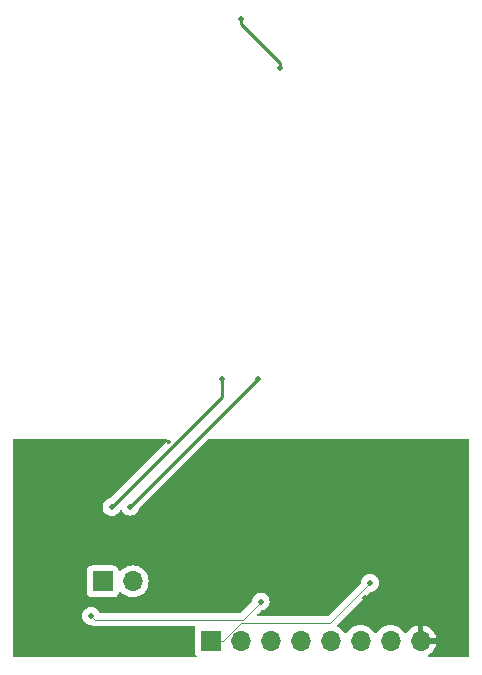
<source format=gbl>
G04 #@! TF.GenerationSoftware,KiCad,Pcbnew,7.0.9*
G04 #@! TF.CreationDate,2024-04-20T19:13:06+02:00*
G04 #@! TF.ProjectId,NFC_Programmer,4e46435f-5072-46f6-9772-616d6d65722e,3.0*
G04 #@! TF.SameCoordinates,Original*
G04 #@! TF.FileFunction,Copper,L2,Bot*
G04 #@! TF.FilePolarity,Positive*
%FSLAX46Y46*%
G04 Gerber Fmt 4.6, Leading zero omitted, Abs format (unit mm)*
G04 Created by KiCad (PCBNEW 7.0.9) date 2024-04-20 19:13:06*
%MOMM*%
%LPD*%
G01*
G04 APERTURE LIST*
G04 #@! TA.AperFunction,ComponentPad*
%ADD10R,1.700000X1.700000*%
G04 #@! TD*
G04 #@! TA.AperFunction,ComponentPad*
%ADD11O,1.700000X1.700000*%
G04 #@! TD*
G04 #@! TA.AperFunction,ViaPad*
%ADD12C,0.360000*%
G04 #@! TD*
G04 #@! TA.AperFunction,ViaPad*
%ADD13C,0.500000*%
G04 #@! TD*
G04 #@! TA.AperFunction,Conductor*
%ADD14C,0.100000*%
G04 #@! TD*
G04 #@! TA.AperFunction,Conductor*
%ADD15C,0.250000*%
G04 #@! TD*
G04 APERTURE END LIST*
D10*
X128530000Y-103060000D03*
D11*
X131070000Y-103060000D03*
D10*
X137660000Y-108090000D03*
D11*
X140200000Y-108090000D03*
X142740000Y-108090000D03*
X145280000Y-108090000D03*
X147820000Y-108090000D03*
X150360000Y-108090000D03*
X152900000Y-108090000D03*
X155440000Y-108090000D03*
D12*
X159130000Y-95860000D03*
X129280000Y-104760237D03*
X157940000Y-91280000D03*
X131870000Y-105550000D03*
X124300000Y-91250000D03*
X125190000Y-98820000D03*
X127340000Y-91240000D03*
X131640000Y-109190000D03*
X157250000Y-91280000D03*
X129940000Y-105570000D03*
X135120000Y-99770000D03*
X121160000Y-98970000D03*
D13*
X134251582Y-95601582D03*
D12*
X126460000Y-94700000D03*
X144350000Y-91290000D03*
X159080000Y-104020000D03*
X155130000Y-94450000D03*
X129220000Y-91250000D03*
X125190000Y-98210000D03*
X134590000Y-100240000D03*
X148440000Y-92230000D03*
X123510000Y-109180000D03*
X150480000Y-99510000D03*
X154370000Y-97580000D03*
X132780000Y-101850237D03*
X123600000Y-91240000D03*
X133980000Y-97190000D03*
X159130000Y-96470000D03*
X121160000Y-92260000D03*
X152660000Y-97670000D03*
X134420000Y-102300000D03*
X154960000Y-93780000D03*
X121690000Y-109190000D03*
X121170000Y-91560000D03*
X141860000Y-91280000D03*
X121120000Y-108950000D03*
X148700000Y-91290000D03*
X158550000Y-91280000D03*
X125740000Y-97180000D03*
X124120000Y-109180000D03*
X121130000Y-106460000D03*
X137450000Y-95930000D03*
X159120000Y-92860000D03*
X127720000Y-104720000D03*
X143780000Y-91290000D03*
X124860000Y-108380000D03*
X148000000Y-91280000D03*
X121160000Y-92870000D03*
X151917606Y-102411550D03*
X122260000Y-109190000D03*
X152920000Y-91280000D03*
X147701096Y-92221952D03*
X149280000Y-92220000D03*
X159090000Y-99740000D03*
X139410000Y-91290000D03*
X128520000Y-109190000D03*
X159090000Y-101530000D03*
X132820000Y-105550000D03*
X133790000Y-101240000D03*
X151890000Y-97650000D03*
X159130000Y-95290000D03*
X130870000Y-105570000D03*
X134260000Y-103310000D03*
X128410000Y-104770000D03*
X127520000Y-92500000D03*
X159120000Y-98960000D03*
X126610000Y-96460000D03*
X158390000Y-109150000D03*
X121130000Y-104670000D03*
X132790000Y-103480237D03*
X152310000Y-91280000D03*
X126670000Y-92870000D03*
X126440000Y-93840000D03*
X140680000Y-91280000D03*
X156070000Y-91280000D03*
X136910000Y-99940000D03*
X150460000Y-100300000D03*
X140020000Y-91290000D03*
X153450000Y-97640000D03*
X134950000Y-98240000D03*
X151364342Y-91970000D03*
X135077887Y-95174346D03*
X155410000Y-91290000D03*
X159080000Y-107150000D03*
X159090000Y-105270000D03*
X126610000Y-109190000D03*
X136980000Y-95110000D03*
X128330000Y-92550000D03*
X150470000Y-98680000D03*
X134310000Y-104440000D03*
X121160000Y-94050000D03*
X121810000Y-91240000D03*
D13*
X142620000Y-93280000D03*
D12*
X131010000Y-91250000D03*
X149880000Y-91290000D03*
X125480000Y-91250000D03*
X126970000Y-102420237D03*
X127910000Y-91240000D03*
X151460000Y-104220000D03*
X124910000Y-107590000D03*
X132870000Y-104310237D03*
X129480000Y-109180000D03*
X150530000Y-100960000D03*
X134950000Y-96480000D03*
X136540000Y-95870000D03*
X153540000Y-92730000D03*
X130600000Y-109190000D03*
X121130000Y-105850000D03*
X155130000Y-95290000D03*
X131040000Y-104810237D03*
X125760000Y-106200000D03*
X159080000Y-107760000D03*
X124910000Y-106980000D03*
X126820000Y-103920000D03*
X124910000Y-106410000D03*
X133540000Y-91240000D03*
X159090000Y-104660000D03*
X152060000Y-103740000D03*
X128800000Y-105570000D03*
X125640000Y-109210000D03*
X121120000Y-107160000D03*
X122870000Y-109190000D03*
X121120000Y-108340000D03*
X127540000Y-109190000D03*
X135620000Y-95890000D03*
X134630000Y-105320000D03*
X132850000Y-91240000D03*
X159130000Y-94680000D03*
X121130000Y-100360000D03*
X152220000Y-103020000D03*
X121120000Y-102240000D03*
D13*
X137050000Y-101330000D03*
D12*
X121160000Y-93440000D03*
X151740000Y-91280000D03*
X125190000Y-99360000D03*
X121130000Y-101540000D03*
X159120000Y-93430000D03*
X159090000Y-100920000D03*
X126670000Y-97160000D03*
X128970000Y-92080000D03*
D13*
X150700000Y-104480000D03*
D12*
X159080000Y-108330000D03*
X122420000Y-91240000D03*
X159120000Y-97780000D03*
X126540000Y-105870000D03*
X121160000Y-98360000D03*
X133530000Y-96280000D03*
X159090000Y-106450000D03*
X121130000Y-105280000D03*
X121120000Y-104030000D03*
X146820000Y-91280000D03*
X130070000Y-104810237D03*
X159130000Y-91550000D03*
X132280000Y-91240000D03*
X136340000Y-101680000D03*
X130400000Y-91250000D03*
X128520000Y-91240000D03*
X125670000Y-100350000D03*
X159080000Y-108940000D03*
X159120000Y-97170000D03*
X133210000Y-96990000D03*
X142470000Y-91280000D03*
X154800000Y-91290000D03*
X147200000Y-91900000D03*
X122990000Y-91240000D03*
X125190000Y-99930000D03*
X145600000Y-91280000D03*
X151070000Y-98110000D03*
X149310000Y-91290000D03*
X121130000Y-99750000D03*
X124910000Y-91250000D03*
X152170000Y-91820000D03*
X157820000Y-109150000D03*
X154230000Y-91290000D03*
X151130000Y-91280000D03*
X134150000Y-91240000D03*
X159090000Y-105840000D03*
X129830000Y-91250000D03*
X146210000Y-91280000D03*
X137000000Y-100650000D03*
X134960000Y-99050000D03*
X159090000Y-100350000D03*
X131670000Y-91240000D03*
X126910000Y-101760000D03*
X136100000Y-95140000D03*
X132080000Y-104790237D03*
X126840000Y-103180000D03*
X126090000Y-91250000D03*
X159120000Y-98350000D03*
X147390000Y-91280000D03*
X121170000Y-95300000D03*
X126130000Y-100790000D03*
X134890000Y-97330000D03*
X136100000Y-99920000D03*
X121160000Y-97180000D03*
X126610000Y-101210000D03*
X121120000Y-107770000D03*
X121170000Y-95870000D03*
X149880000Y-91890000D03*
X144960000Y-91290000D03*
X121120000Y-102850000D03*
X151124464Y-102010199D03*
X159080000Y-102230000D03*
X121120000Y-103420000D03*
X143170000Y-91290000D03*
X124930000Y-109000000D03*
X159120000Y-94040000D03*
X134250000Y-100770000D03*
X121130000Y-100930000D03*
X153420000Y-92190000D03*
X155210000Y-96260000D03*
D13*
X137990000Y-95230000D03*
D12*
X121170000Y-96480000D03*
X150570000Y-101750000D03*
X156680000Y-91280000D03*
X125190000Y-97640000D03*
X135110000Y-101700000D03*
X126700000Y-105300000D03*
X159080000Y-102840000D03*
X154390000Y-93370000D03*
X153620000Y-91290000D03*
X159120000Y-92250000D03*
X150680000Y-105400000D03*
D13*
X125870000Y-95560000D03*
D12*
X121160000Y-97790000D03*
X121170000Y-94690000D03*
D13*
X141500000Y-97570000D03*
D12*
X127050000Y-104670000D03*
X155050000Y-97220000D03*
X128250000Y-105320000D03*
X159080000Y-103410000D03*
X141290000Y-91280000D03*
X153610000Y-93260000D03*
X133840000Y-105540000D03*
X133130000Y-101260000D03*
X152870000Y-91870000D03*
X150690000Y-91810000D03*
X150490000Y-91290000D03*
X132760000Y-102520237D03*
X126730000Y-91240000D03*
D13*
X151160000Y-103180000D03*
X127550000Y-105990000D03*
X141910000Y-104760000D03*
X143530000Y-59600000D03*
X140200000Y-55400000D03*
X130850000Y-96740000D03*
X141680000Y-85910000D03*
X138620000Y-85930000D03*
X129280000Y-96770000D03*
D14*
X138730237Y-108090000D02*
X137660000Y-108090000D01*
X140250237Y-106570000D02*
X138730237Y-108090000D01*
X151160000Y-103180000D02*
X147770000Y-106570000D01*
X147770000Y-106570000D02*
X140250237Y-106570000D01*
X141910000Y-104760000D02*
X140380000Y-106290000D01*
X127850000Y-106290000D02*
X127550000Y-105990000D01*
X140380000Y-106290000D02*
X127850000Y-106290000D01*
D15*
X141680000Y-85910000D02*
X130850000Y-96740000D01*
X143530000Y-59190000D02*
X140200000Y-55860000D01*
X138620000Y-85930000D02*
X138620000Y-87430000D01*
X140200000Y-55860000D02*
X140200000Y-55400000D01*
X138620000Y-87430000D02*
X129280000Y-96770000D01*
X143530000Y-59600000D02*
X143530000Y-59190000D01*
G04 #@! TA.AperFunction,Conductor*
G36*
X133973086Y-90979685D02*
G01*
X134018841Y-91032489D01*
X134028785Y-91101647D01*
X133999760Y-91165203D01*
X133993728Y-91171681D01*
X129162380Y-96003027D01*
X129115653Y-96032388D01*
X128952308Y-96089544D01*
X128952302Y-96089547D01*
X128809115Y-96179518D01*
X128809109Y-96179523D01*
X128689523Y-96299109D01*
X128689518Y-96299115D01*
X128599547Y-96442302D01*
X128599545Y-96442305D01*
X128543685Y-96601943D01*
X128524751Y-96769997D01*
X128524751Y-96770002D01*
X128543685Y-96938056D01*
X128599545Y-97097694D01*
X128599547Y-97097697D01*
X128689518Y-97240884D01*
X128689523Y-97240890D01*
X128809109Y-97360476D01*
X128809115Y-97360481D01*
X128952302Y-97450452D01*
X128952305Y-97450454D01*
X128952309Y-97450455D01*
X128952310Y-97450456D01*
X129024913Y-97475860D01*
X129111943Y-97506314D01*
X129279997Y-97525249D01*
X129280000Y-97525249D01*
X129280003Y-97525249D01*
X129448056Y-97506314D01*
X129479678Y-97495249D01*
X129607690Y-97450456D01*
X129607692Y-97450454D01*
X129607694Y-97450454D01*
X129607697Y-97450452D01*
X129750884Y-97360481D01*
X129750885Y-97360480D01*
X129750890Y-97360477D01*
X129870477Y-97240890D01*
X129870481Y-97240884D01*
X129960449Y-97097702D01*
X129960450Y-97097698D01*
X129960456Y-97097690D01*
X129960459Y-97097680D01*
X129962005Y-97094472D01*
X129963565Y-97092743D01*
X129964162Y-97091794D01*
X129964328Y-97091898D01*
X130008826Y-97042611D01*
X130076252Y-97024295D01*
X130142877Y-97045340D01*
X130178721Y-97082296D01*
X130259521Y-97210888D01*
X130379109Y-97330476D01*
X130379115Y-97330481D01*
X130522302Y-97420452D01*
X130522305Y-97420454D01*
X130522309Y-97420455D01*
X130522310Y-97420456D01*
X130594913Y-97445860D01*
X130681943Y-97476314D01*
X130849997Y-97495249D01*
X130850000Y-97495249D01*
X130850003Y-97495249D01*
X131018056Y-97476314D01*
X131091954Y-97450456D01*
X131177690Y-97420456D01*
X131177692Y-97420454D01*
X131177694Y-97420454D01*
X131177697Y-97420452D01*
X131320884Y-97330481D01*
X131320885Y-97330480D01*
X131320890Y-97330477D01*
X131440477Y-97210890D01*
X131511598Y-97097702D01*
X131530452Y-97067697D01*
X131530455Y-97067692D01*
X131530456Y-97067690D01*
X131586313Y-96908059D01*
X131586313Y-96908054D01*
X131587613Y-96904341D01*
X131616972Y-96857616D01*
X137478271Y-90996318D01*
X137539594Y-90962834D01*
X137565952Y-90960000D01*
X159460500Y-90960000D01*
X159527539Y-90979685D01*
X159573294Y-91032489D01*
X159584500Y-91084000D01*
X159584500Y-109370737D01*
X159564815Y-109437776D01*
X159512011Y-109483531D01*
X159460500Y-109494737D01*
X156180012Y-109494737D01*
X156112973Y-109475052D01*
X156067218Y-109422248D01*
X156057274Y-109353090D01*
X156086299Y-109289534D01*
X156113439Y-109267126D01*
X156113144Y-109266705D01*
X156311082Y-109128105D01*
X156478105Y-108961082D01*
X156613600Y-108767578D01*
X156713429Y-108553492D01*
X156713432Y-108553486D01*
X156770636Y-108340000D01*
X155873686Y-108340000D01*
X155899493Y-108299844D01*
X155940000Y-108161889D01*
X155940000Y-108018111D01*
X155899493Y-107880156D01*
X155873686Y-107840000D01*
X156770636Y-107840000D01*
X156770635Y-107839999D01*
X156713432Y-107626513D01*
X156713429Y-107626507D01*
X156613600Y-107412422D01*
X156613599Y-107412420D01*
X156478113Y-107218926D01*
X156478108Y-107218920D01*
X156311082Y-107051894D01*
X156117578Y-106916399D01*
X155903492Y-106816570D01*
X155903486Y-106816567D01*
X155690000Y-106759364D01*
X155690000Y-107654498D01*
X155582315Y-107605320D01*
X155475763Y-107590000D01*
X155404237Y-107590000D01*
X155297685Y-107605320D01*
X155190000Y-107654498D01*
X155190000Y-106759364D01*
X155189999Y-106759364D01*
X154976513Y-106816567D01*
X154976507Y-106816570D01*
X154762422Y-106916399D01*
X154762420Y-106916400D01*
X154568926Y-107051886D01*
X154568920Y-107051891D01*
X154401891Y-107218920D01*
X154401890Y-107218922D01*
X154271880Y-107404595D01*
X154217303Y-107448219D01*
X154147804Y-107455412D01*
X154085450Y-107423890D01*
X154068730Y-107404594D01*
X153938494Y-107218597D01*
X153771402Y-107051506D01*
X153771395Y-107051501D01*
X153577834Y-106915967D01*
X153577830Y-106915965D01*
X153536956Y-106896905D01*
X153363663Y-106816097D01*
X153363659Y-106816096D01*
X153363655Y-106816094D01*
X153135413Y-106754938D01*
X153135403Y-106754936D01*
X152900001Y-106734341D01*
X152899999Y-106734341D01*
X152664596Y-106754936D01*
X152664586Y-106754938D01*
X152436344Y-106816094D01*
X152436335Y-106816098D01*
X152222171Y-106915964D01*
X152222169Y-106915965D01*
X152028597Y-107051505D01*
X151861505Y-107218597D01*
X151731575Y-107404158D01*
X151676998Y-107447783D01*
X151607500Y-107454977D01*
X151545145Y-107423454D01*
X151528425Y-107404158D01*
X151398494Y-107218597D01*
X151231402Y-107051506D01*
X151231395Y-107051501D01*
X151037834Y-106915967D01*
X151037830Y-106915965D01*
X150996956Y-106896905D01*
X150823663Y-106816097D01*
X150823659Y-106816096D01*
X150823655Y-106816094D01*
X150595413Y-106754938D01*
X150595403Y-106754936D01*
X150360001Y-106734341D01*
X150359999Y-106734341D01*
X150124596Y-106754936D01*
X150124586Y-106754938D01*
X149896344Y-106816094D01*
X149896335Y-106816098D01*
X149682171Y-106915964D01*
X149682169Y-106915965D01*
X149488597Y-107051505D01*
X149321505Y-107218597D01*
X149191575Y-107404158D01*
X149136998Y-107447783D01*
X149067500Y-107454977D01*
X149005145Y-107423454D01*
X148988425Y-107404158D01*
X148858494Y-107218597D01*
X148691402Y-107051506D01*
X148691395Y-107051501D01*
X148497832Y-106915966D01*
X148456956Y-106896905D01*
X148404517Y-106850732D01*
X148385366Y-106783538D01*
X148405582Y-106716657D01*
X148421676Y-106696847D01*
X151155551Y-103962972D01*
X151216872Y-103929489D01*
X151229347Y-103927435D01*
X151328054Y-103916314D01*
X151328057Y-103916313D01*
X151328059Y-103916313D01*
X151487690Y-103860456D01*
X151487692Y-103860454D01*
X151487694Y-103860454D01*
X151487697Y-103860452D01*
X151630884Y-103770481D01*
X151630885Y-103770480D01*
X151630890Y-103770477D01*
X151750477Y-103650890D01*
X151830419Y-103523664D01*
X151840452Y-103507697D01*
X151840454Y-103507694D01*
X151840454Y-103507692D01*
X151840456Y-103507690D01*
X151896313Y-103348059D01*
X151896313Y-103348058D01*
X151896314Y-103348056D01*
X151915249Y-103180002D01*
X151915249Y-103179997D01*
X151896314Y-103011943D01*
X151840454Y-102852305D01*
X151840452Y-102852302D01*
X151750481Y-102709115D01*
X151750476Y-102709109D01*
X151630890Y-102589523D01*
X151630884Y-102589518D01*
X151487697Y-102499547D01*
X151487694Y-102499545D01*
X151328056Y-102443685D01*
X151160003Y-102424751D01*
X151159997Y-102424751D01*
X150991943Y-102443685D01*
X150832305Y-102499545D01*
X150832302Y-102499547D01*
X150689115Y-102589518D01*
X150689109Y-102589523D01*
X150569523Y-102709109D01*
X150569518Y-102709115D01*
X150479547Y-102852302D01*
X150479544Y-102852307D01*
X150423685Y-103011946D01*
X150412564Y-103110651D01*
X150385497Y-103175065D01*
X150377025Y-103184448D01*
X147578294Y-105983181D01*
X147516971Y-106016666D01*
X147490613Y-106019500D01*
X141728387Y-106019500D01*
X141661348Y-105999815D01*
X141615593Y-105947011D01*
X141605649Y-105877853D01*
X141634674Y-105814297D01*
X141640697Y-105807827D01*
X141905552Y-105542971D01*
X141966871Y-105509489D01*
X141979347Y-105507435D01*
X142078054Y-105496314D01*
X142078057Y-105496313D01*
X142078059Y-105496313D01*
X142237690Y-105440456D01*
X142237692Y-105440454D01*
X142237694Y-105440454D01*
X142237697Y-105440452D01*
X142380884Y-105350481D01*
X142380885Y-105350480D01*
X142380890Y-105350477D01*
X142500477Y-105230890D01*
X142590452Y-105087697D01*
X142590454Y-105087694D01*
X142590454Y-105087692D01*
X142590456Y-105087690D01*
X142646313Y-104928059D01*
X142646313Y-104928058D01*
X142646314Y-104928056D01*
X142665249Y-104760002D01*
X142665249Y-104759997D01*
X142646314Y-104591943D01*
X142590454Y-104432305D01*
X142590452Y-104432302D01*
X142500481Y-104289115D01*
X142500476Y-104289109D01*
X142380890Y-104169523D01*
X142380884Y-104169518D01*
X142237697Y-104079547D01*
X142237694Y-104079545D01*
X142078056Y-104023685D01*
X141910003Y-104004751D01*
X141909997Y-104004751D01*
X141741943Y-104023685D01*
X141582305Y-104079545D01*
X141582302Y-104079547D01*
X141439115Y-104169518D01*
X141439109Y-104169523D01*
X141319523Y-104289109D01*
X141319518Y-104289115D01*
X141229547Y-104432302D01*
X141229544Y-104432307D01*
X141173685Y-104591946D01*
X141162564Y-104690651D01*
X141135497Y-104755065D01*
X141127025Y-104764448D01*
X140188294Y-105703181D01*
X140126971Y-105736666D01*
X140100613Y-105739500D01*
X128345449Y-105739500D01*
X128278410Y-105719815D01*
X128233859Y-105668401D01*
X128233479Y-105668585D01*
X128232803Y-105667182D01*
X128232655Y-105667011D01*
X128232320Y-105666179D01*
X128230456Y-105662308D01*
X128140481Y-105519115D01*
X128140476Y-105519109D01*
X128020890Y-105399523D01*
X128020884Y-105399518D01*
X127877697Y-105309547D01*
X127877694Y-105309545D01*
X127718056Y-105253685D01*
X127550003Y-105234751D01*
X127549997Y-105234751D01*
X127381943Y-105253685D01*
X127222305Y-105309545D01*
X127222302Y-105309547D01*
X127079115Y-105399518D01*
X127079109Y-105399523D01*
X126959523Y-105519109D01*
X126959518Y-105519115D01*
X126869547Y-105662302D01*
X126869545Y-105662305D01*
X126813685Y-105821943D01*
X126794751Y-105989997D01*
X126794751Y-105990002D01*
X126813685Y-106158056D01*
X126869545Y-106317694D01*
X126869547Y-106317697D01*
X126959518Y-106460884D01*
X126959523Y-106460890D01*
X127079109Y-106580476D01*
X127079115Y-106580481D01*
X127222302Y-106670452D01*
X127222308Y-106670455D01*
X127222310Y-106670456D01*
X127381941Y-106726313D01*
X127503517Y-106740011D01*
X127564560Y-106764428D01*
X127577658Y-106774361D01*
X127594353Y-106780944D01*
X127613290Y-106790351D01*
X127628618Y-106799672D01*
X127671247Y-106811616D01*
X127677263Y-106813639D01*
X127718436Y-106829876D01*
X127736287Y-106831711D01*
X127757052Y-106835657D01*
X127774335Y-106840500D01*
X127818594Y-106840500D01*
X127824935Y-106840824D01*
X127868972Y-106845352D01*
X127886656Y-106842303D01*
X127907724Y-106840500D01*
X136246231Y-106840500D01*
X136313270Y-106860185D01*
X136359025Y-106912989D01*
X136368969Y-106982147D01*
X136362413Y-107007833D01*
X136315908Y-107132517D01*
X136309501Y-107192116D01*
X136309500Y-107192135D01*
X136309500Y-108987870D01*
X136309501Y-108987876D01*
X136315908Y-109047483D01*
X136366202Y-109182328D01*
X136366203Y-109182330D01*
X136366204Y-109182331D01*
X136446456Y-109289534D01*
X136451616Y-109296426D01*
X136476033Y-109361890D01*
X136461182Y-109430163D01*
X136411777Y-109479569D01*
X136352349Y-109494737D01*
X121059500Y-109494737D01*
X120992461Y-109475052D01*
X120946706Y-109422248D01*
X120935500Y-109370737D01*
X120935500Y-103957870D01*
X127179500Y-103957870D01*
X127179501Y-103957876D01*
X127185908Y-104017483D01*
X127236202Y-104152328D01*
X127236206Y-104152335D01*
X127322452Y-104267544D01*
X127322455Y-104267547D01*
X127437664Y-104353793D01*
X127437671Y-104353797D01*
X127572517Y-104404091D01*
X127572516Y-104404091D01*
X127579444Y-104404835D01*
X127632127Y-104410500D01*
X129427872Y-104410499D01*
X129487483Y-104404091D01*
X129622331Y-104353796D01*
X129737546Y-104267546D01*
X129823796Y-104152331D01*
X129872810Y-104020916D01*
X129914681Y-103964984D01*
X129980145Y-103940566D01*
X130048418Y-103955417D01*
X130076673Y-103976569D01*
X130198599Y-104098495D01*
X130295384Y-104166265D01*
X130392165Y-104234032D01*
X130392167Y-104234033D01*
X130392170Y-104234035D01*
X130606337Y-104333903D01*
X130834592Y-104395063D01*
X131011034Y-104410500D01*
X131069999Y-104415659D01*
X131070000Y-104415659D01*
X131070001Y-104415659D01*
X131128966Y-104410500D01*
X131305408Y-104395063D01*
X131533663Y-104333903D01*
X131747830Y-104234035D01*
X131941401Y-104098495D01*
X132108495Y-103931401D01*
X132244035Y-103737830D01*
X132343903Y-103523663D01*
X132405063Y-103295408D01*
X132425659Y-103060000D01*
X132405063Y-102824592D01*
X132343903Y-102596337D01*
X132244035Y-102382171D01*
X132108495Y-102188599D01*
X132108494Y-102188597D01*
X131941402Y-102021506D01*
X131941395Y-102021501D01*
X131747834Y-101885967D01*
X131747830Y-101885965D01*
X131747828Y-101885964D01*
X131533663Y-101786097D01*
X131533659Y-101786096D01*
X131533655Y-101786094D01*
X131305413Y-101724938D01*
X131305403Y-101724936D01*
X131070001Y-101704341D01*
X131069999Y-101704341D01*
X130834596Y-101724936D01*
X130834586Y-101724938D01*
X130606344Y-101786094D01*
X130606335Y-101786098D01*
X130392171Y-101885964D01*
X130392169Y-101885965D01*
X130198600Y-102021503D01*
X130076673Y-102143430D01*
X130015350Y-102176914D01*
X129945658Y-102171930D01*
X129889725Y-102130058D01*
X129872810Y-102099081D01*
X129823797Y-101967671D01*
X129823793Y-101967664D01*
X129737547Y-101852455D01*
X129737544Y-101852452D01*
X129622335Y-101766206D01*
X129622328Y-101766202D01*
X129487482Y-101715908D01*
X129487483Y-101715908D01*
X129427883Y-101709501D01*
X129427881Y-101709500D01*
X129427873Y-101709500D01*
X129427864Y-101709500D01*
X127632129Y-101709500D01*
X127632123Y-101709501D01*
X127572516Y-101715908D01*
X127437671Y-101766202D01*
X127437664Y-101766206D01*
X127322455Y-101852452D01*
X127322452Y-101852455D01*
X127236206Y-101967664D01*
X127236202Y-101967671D01*
X127185908Y-102102517D01*
X127179501Y-102162116D01*
X127179500Y-102162135D01*
X127179500Y-103957870D01*
X120935500Y-103957870D01*
X120935500Y-91084000D01*
X120955185Y-91016961D01*
X121007989Y-90971206D01*
X121059500Y-90960000D01*
X133906047Y-90960000D01*
X133973086Y-90979685D01*
G37*
G04 #@! TD.AperFunction*
M02*

</source>
